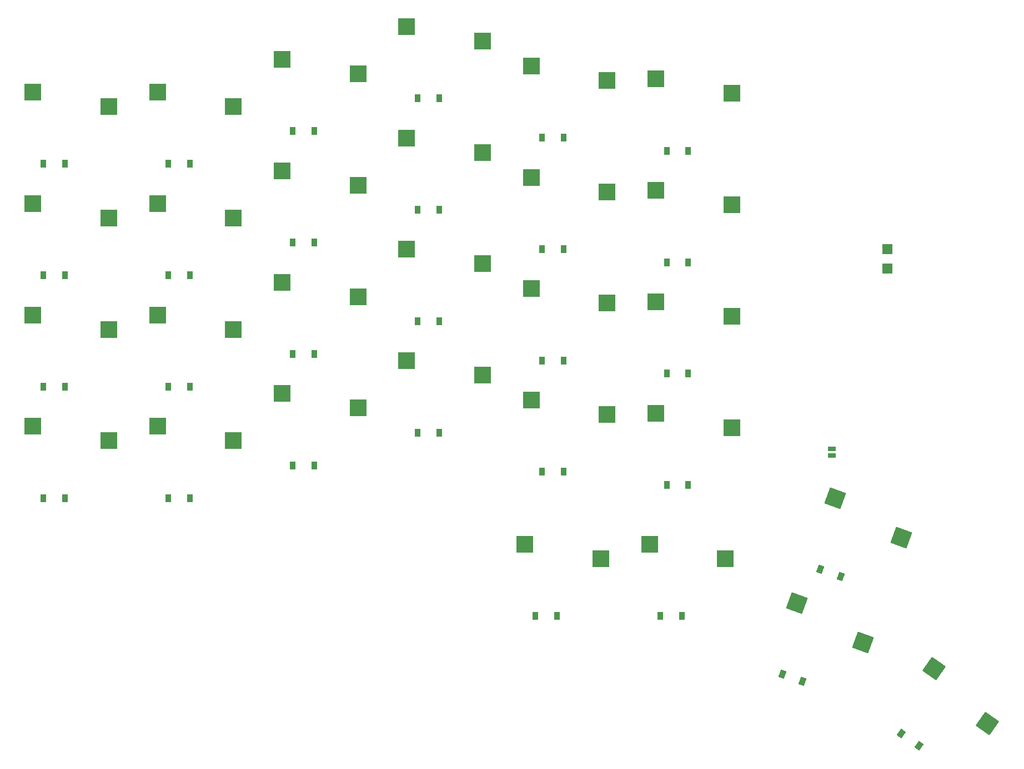
<source format=gbr>
%TF.GenerationSoftware,KiCad,Pcbnew,(6.0.9-0)*%
%TF.CreationDate,2023-01-10T20:54:14-06:00*%
%TF.ProjectId,board,626f6172-642e-46b6-9963-61645f706362,v1.0.0*%
%TF.SameCoordinates,Original*%
%TF.FileFunction,Paste,Bot*%
%TF.FilePolarity,Positive*%
%FSLAX46Y46*%
G04 Gerber Fmt 4.6, Leading zero omitted, Abs format (unit mm)*
G04 Created by KiCad (PCBNEW (6.0.9-0)) date 2023-01-10 20:54:14*
%MOMM*%
%LPD*%
G01*
G04 APERTURE LIST*
G04 Aperture macros list*
%AMRotRect*
0 Rectangle, with rotation*
0 The origin of the aperture is its center*
0 $1 length*
0 $2 width*
0 $3 Rotation angle, in degrees counterclockwise*
0 Add horizontal line*
21,1,$1,$2,0,0,$3*%
G04 Aperture macros list end*
%ADD10R,2.600000X2.600000*%
%ADD11RotRect,2.600000X2.600000X340.000000*%
%ADD12RotRect,2.600000X2.600000X325.000000*%
%ADD13R,0.900000X1.200000*%
%ADD14RotRect,0.900000X1.200000X340.000000*%
%ADD15RotRect,0.900000X1.200000X325.000000*%
%ADD16R,1.500000X1.500000*%
%ADD17R,1.143000X0.635000*%
G04 APERTURE END LIST*
D10*
%TO.C,S1*%
X21490001Y-77100001D03*
X33040001Y-79300001D03*
%TD*%
%TO.C,S2*%
X21490001Y-60100001D03*
X33040001Y-62300001D03*
%TD*%
%TO.C,S3*%
X21490000Y-43100001D03*
X33040000Y-45300001D03*
%TD*%
%TO.C,S4*%
X21490000Y-26100001D03*
X33040000Y-28300001D03*
%TD*%
%TO.C,S5*%
X40490000Y-77100001D03*
X52040000Y-79300001D03*
%TD*%
%TO.C,S6*%
X40490001Y-60100001D03*
X52040001Y-62300001D03*
%TD*%
%TO.C,S7*%
X40490000Y-43100002D03*
X52040000Y-45300002D03*
%TD*%
%TO.C,S8*%
X40490000Y-26100002D03*
X52040000Y-28300002D03*
%TD*%
%TO.C,S9*%
X59490000Y-72100001D03*
X71040000Y-74300001D03*
%TD*%
%TO.C,S10*%
X59490000Y-55100000D03*
X71040000Y-57300000D03*
%TD*%
%TO.C,S11*%
X59490000Y-38100000D03*
X71040000Y-40300000D03*
%TD*%
%TO.C,S12*%
X59490000Y-21100001D03*
X71040000Y-23300001D03*
%TD*%
%TO.C,S13*%
X78490001Y-67100001D03*
X90040001Y-69300001D03*
%TD*%
%TO.C,S14*%
X78490000Y-50100001D03*
X90040000Y-52300001D03*
%TD*%
%TO.C,S15*%
X78490000Y-33100001D03*
X90040000Y-35300001D03*
%TD*%
%TO.C,S16*%
X78489999Y-16100001D03*
X90039999Y-18300001D03*
%TD*%
%TO.C,S17*%
X97490000Y-73100000D03*
X109040000Y-75300000D03*
%TD*%
%TO.C,S18*%
X97490001Y-56100000D03*
X109040001Y-58300000D03*
%TD*%
%TO.C,S19*%
X97490000Y-39100000D03*
X109040000Y-41300000D03*
%TD*%
%TO.C,S20*%
X97490000Y-22100001D03*
X109040000Y-24300001D03*
%TD*%
%TO.C,S21*%
X116490001Y-75100001D03*
X128040001Y-77300001D03*
%TD*%
%TO.C,S22*%
X116490000Y-58100002D03*
X128040000Y-60300002D03*
%TD*%
%TO.C,S23*%
X116489999Y-41100001D03*
X128039999Y-43300001D03*
%TD*%
%TO.C,S24*%
X116490001Y-24100000D03*
X128040001Y-26300000D03*
%TD*%
%TO.C,S25*%
X96490000Y-95100001D03*
X108040000Y-97300001D03*
%TD*%
%TO.C,S26*%
X115490000Y-95100001D03*
X127040000Y-97300001D03*
%TD*%
D11*
%TO.C,S27*%
X137967961Y-104035893D03*
X148068966Y-110053549D03*
%TD*%
%TO.C,S28*%
X143782303Y-88061118D03*
X153883308Y-94078774D03*
%TD*%
D12*
%TO.C,S29*%
X158846126Y-114050891D03*
X167045464Y-122477833D03*
%TD*%
D13*
%TO.C,D1*%
X26415000Y-88050001D03*
X23115000Y-88050001D03*
%TD*%
%TO.C,D2*%
X26415001Y-71050000D03*
X23115001Y-71050000D03*
%TD*%
%TO.C,D3*%
X26414999Y-54050001D03*
X23114999Y-54050001D03*
%TD*%
%TO.C,D4*%
X26415000Y-37050001D03*
X23115000Y-37050001D03*
%TD*%
%TO.C,D5*%
X45415001Y-88050001D03*
X42115001Y-88050001D03*
%TD*%
%TO.C,D6*%
X45415000Y-71050001D03*
X42115000Y-71050001D03*
%TD*%
%TO.C,D7*%
X45415000Y-54050000D03*
X42115000Y-54050000D03*
%TD*%
%TO.C,D8*%
X45415000Y-37050000D03*
X42115000Y-37050000D03*
%TD*%
%TO.C,D9*%
X64415000Y-83050002D03*
X61115000Y-83050002D03*
%TD*%
%TO.C,D10*%
X64415000Y-66050002D03*
X61115000Y-66050002D03*
%TD*%
%TO.C,D11*%
X64415000Y-49050002D03*
X61115000Y-49050002D03*
%TD*%
%TO.C,D12*%
X64415000Y-32050000D03*
X61115000Y-32050000D03*
%TD*%
%TO.C,D13*%
X83415000Y-78050000D03*
X80115000Y-78050000D03*
%TD*%
%TO.C,D14*%
X83414999Y-61050001D03*
X80114999Y-61050001D03*
%TD*%
%TO.C,D15*%
X83415001Y-44050000D03*
X80115001Y-44050000D03*
%TD*%
%TO.C,D16*%
X83415001Y-27050000D03*
X80115001Y-27050000D03*
%TD*%
%TO.C,D17*%
X102415000Y-84050000D03*
X99115000Y-84050000D03*
%TD*%
%TO.C,D18*%
X102415001Y-67050001D03*
X99115001Y-67050001D03*
%TD*%
%TO.C,D19*%
X102414999Y-50050001D03*
X99114999Y-50050001D03*
%TD*%
%TO.C,D20*%
X102415000Y-33050001D03*
X99115000Y-33050001D03*
%TD*%
%TO.C,D21*%
X121414999Y-86050002D03*
X118114999Y-86050002D03*
%TD*%
%TO.C,D22*%
X121415000Y-69050001D03*
X118115000Y-69050001D03*
%TD*%
%TO.C,D23*%
X121415000Y-52050000D03*
X118115000Y-52050000D03*
%TD*%
%TO.C,D24*%
X121415000Y-35050000D03*
X118115000Y-35050000D03*
%TD*%
%TO.C,D25*%
X101415000Y-106050000D03*
X98115000Y-106050000D03*
%TD*%
%TO.C,D26*%
X120415001Y-106050000D03*
X117115001Y-106050000D03*
%TD*%
D14*
%TO.C,D27*%
X138850826Y-116009977D03*
X135749840Y-114881311D03*
%TD*%
%TO.C,D28*%
X144665169Y-100035202D03*
X141564183Y-98906536D03*
%TD*%
D15*
%TO.C,D29*%
X156599788Y-125845469D03*
X153896586Y-123952667D03*
%TD*%
D16*
%TO.C,PAD1*%
X151765000Y-53050002D03*
%TD*%
%TO.C,PAD2*%
X151765000Y-50050001D03*
%TD*%
D17*
%TO.C,J1*%
X143265000Y-80549621D03*
X143265000Y-81550381D03*
%TD*%
M02*

</source>
